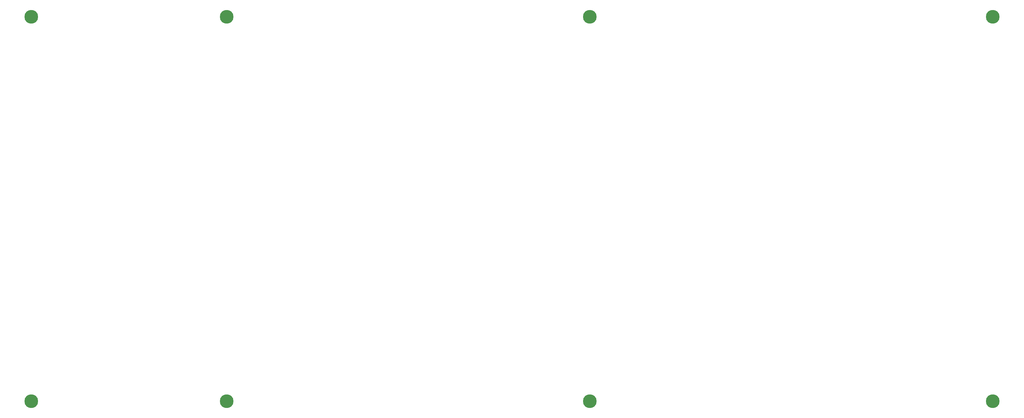
<source format=gbr>
%TF.GenerationSoftware,KiCad,Pcbnew,(5.1.10)-1*%
%TF.CreationDate,2022-01-11T00:37:13+01:00*%
%TF.ProjectId,base,62617365-2e6b-4696-9361-645f70636258,rev?*%
%TF.SameCoordinates,Original*%
%TF.FileFunction,Soldermask,Top*%
%TF.FilePolarity,Negative*%
%FSLAX46Y46*%
G04 Gerber Fmt 4.6, Leading zero omitted, Abs format (unit mm)*
G04 Created by KiCad (PCBNEW (5.1.10)-1) date 2022-01-11 00:37:13*
%MOMM*%
%LPD*%
G01*
G04 APERTURE LIST*
%ADD10C,0.800000*%
%ADD11C,4.500000*%
G04 APERTURE END LIST*
D10*
%TO.C,MountBaseMiddleTop3*%
X127056726Y-80065274D03*
X125890000Y-79582000D03*
X124723274Y-80065274D03*
X124240000Y-81232000D03*
X124723274Y-82398726D03*
X125890000Y-82882000D03*
X127056726Y-82398726D03*
X127540000Y-81232000D03*
D11*
X125890000Y-81232000D03*
%TD*%
%TO.C,MountBaseMiddleTop4*%
X125890000Y-207232000D03*
D10*
X127540000Y-207232000D03*
X127056726Y-208398726D03*
X125890000Y-208882000D03*
X124723274Y-208398726D03*
X124240000Y-207232000D03*
X124723274Y-206065274D03*
X125890000Y-205582000D03*
X127056726Y-206065274D03*
%TD*%
%TO.C,MountBaseMiddleTop1*%
X63056726Y-80065274D03*
X61890000Y-79582000D03*
X60723274Y-80065274D03*
X60240000Y-81232000D03*
X60723274Y-82398726D03*
X61890000Y-82882000D03*
X63056726Y-82398726D03*
X63540000Y-81232000D03*
D11*
X61890000Y-81232000D03*
%TD*%
D10*
%TO.C,MountBaseMiddleTop2*%
X63056726Y-206065274D03*
X61890000Y-205582000D03*
X60723274Y-206065274D03*
X60240000Y-207232000D03*
X60723274Y-208398726D03*
X61890000Y-208882000D03*
X63056726Y-208398726D03*
X63540000Y-207232000D03*
D11*
X61890000Y-207232000D03*
%TD*%
D10*
%TO.C,MountBaseMiddleTop5*%
X246056726Y-80065274D03*
X244890000Y-79582000D03*
X243723274Y-80065274D03*
X243240000Y-81232000D03*
X243723274Y-82398726D03*
X244890000Y-82882000D03*
X246056726Y-82398726D03*
X246540000Y-81232000D03*
D11*
X244890000Y-81232000D03*
%TD*%
D10*
%TO.C,MountBaseMiddleTop6*%
X246056726Y-206065274D03*
X244890000Y-205582000D03*
X243723274Y-206065274D03*
X243240000Y-207232000D03*
X243723274Y-208398726D03*
X244890000Y-208882000D03*
X246056726Y-208398726D03*
X246540000Y-207232000D03*
D11*
X244890000Y-207232000D03*
%TD*%
D10*
%TO.C,MountBaseMiddleTop7*%
X378056726Y-80065274D03*
X376890000Y-79582000D03*
X375723274Y-80065274D03*
X375240000Y-81232000D03*
X375723274Y-82398726D03*
X376890000Y-82882000D03*
X378056726Y-82398726D03*
X378540000Y-81232000D03*
D11*
X376890000Y-81232000D03*
%TD*%
D10*
%TO.C,MountBaseMiddleTop8*%
X378056726Y-206065274D03*
X376890000Y-205582000D03*
X375723274Y-206065274D03*
X375240000Y-207232000D03*
X375723274Y-208398726D03*
X376890000Y-208882000D03*
X378056726Y-208398726D03*
X378540000Y-207232000D03*
D11*
X376890000Y-207232000D03*
%TD*%
M02*

</source>
